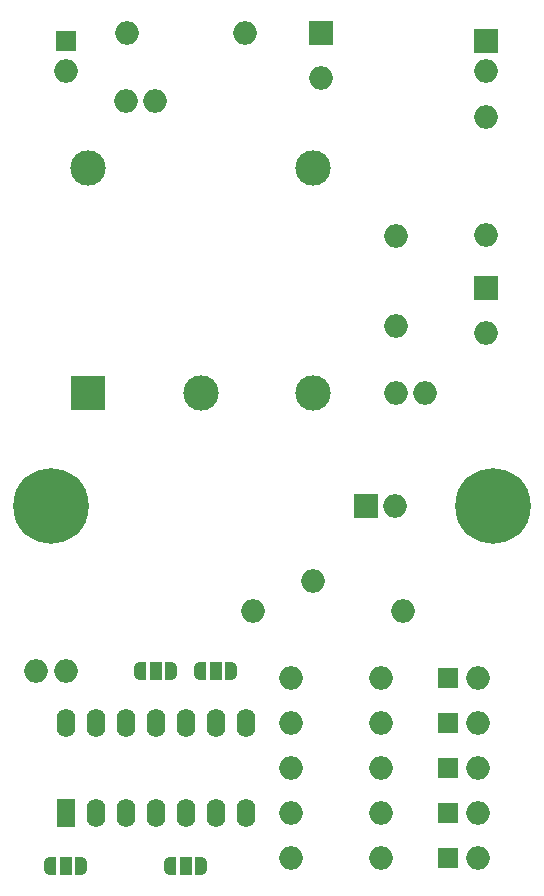
<source format=gbr>
%TF.GenerationSoftware,KiCad,Pcbnew,8.0.1*%
%TF.CreationDate,2024-04-07T15:16:42+02:00*%
%TF.ProjectId,fy6900-ocxo,66793639-3030-42d6-9f63-786f2e6b6963,rev?*%
%TF.SameCoordinates,Original*%
%TF.FileFunction,Soldermask,Top*%
%TF.FilePolarity,Negative*%
%FSLAX46Y46*%
G04 Gerber Fmt 4.6, Leading zero omitted, Abs format (unit mm)*
G04 Created by KiCad (PCBNEW 8.0.1) date 2024-04-07 15:16:42*
%MOMM*%
%LPD*%
G01*
G04 APERTURE LIST*
G04 Aperture macros list*
%AMFreePoly0*
4,1,19,0.550000,-0.750000,0.000000,-0.750000,0.000000,-0.744911,-0.071157,-0.744911,-0.207708,-0.704816,-0.327430,-0.627875,-0.420627,-0.520320,-0.479746,-0.390866,-0.500000,-0.250000,-0.500000,0.250000,-0.479746,0.390866,-0.420627,0.520320,-0.327430,0.627875,-0.207708,0.704816,-0.071157,0.744911,0.000000,0.744911,0.000000,0.750000,0.550000,0.750000,0.550000,-0.750000,0.550000,-0.750000,
$1*%
%AMFreePoly1*
4,1,19,0.000000,0.744911,0.071157,0.744911,0.207708,0.704816,0.327430,0.627875,0.420627,0.520320,0.479746,0.390866,0.500000,0.250000,0.500000,-0.250000,0.479746,-0.390866,0.420627,-0.520320,0.327430,-0.627875,0.207708,-0.704816,0.071157,-0.744911,0.000000,-0.744911,0.000000,-0.750000,-0.550000,-0.750000,-0.550000,0.750000,0.000000,0.750000,0.000000,0.744911,0.000000,0.744911,
$1*%
G04 Aperture macros list end*
%ADD10O,2.000000X2.000000*%
%ADD11R,1.700000X1.700000*%
%ADD12FreePoly0,180.000000*%
%ADD13R,1.000000X1.500000*%
%ADD14FreePoly1,180.000000*%
%ADD15FreePoly0,0.000000*%
%ADD16FreePoly1,0.000000*%
%ADD17R,3.000000X3.000000*%
%ADD18C,3.000000*%
%ADD19R,2.000000X2.000000*%
%ADD20C,6.400000*%
%ADD21R,1.600000X2.400000*%
%ADD22O,1.600000X2.400000*%
G04 APERTURE END LIST*
D10*
%TO.C,C5*%
X118745000Y-80010000D03*
X121245000Y-80010000D03*
%TD*%
%TO.C,L1*%
X118825000Y-74295000D03*
X128825000Y-74295000D03*
%TD*%
%TO.C,R5*%
X132720000Y-128905000D03*
X140340000Y-128905000D03*
%TD*%
%TO.C,R6*%
X132720000Y-144145000D03*
X140340000Y-144145000D03*
%TD*%
%TO.C,RV1*%
X142240000Y-123190000D03*
X134620000Y-120650000D03*
X129540000Y-123190000D03*
%TD*%
D11*
%TO.C,J5*%
X146050000Y-128905000D03*
D10*
X148590000Y-128905000D03*
%TD*%
D12*
%TO.C,JP3*%
X122590000Y-128270000D03*
D13*
X121290000Y-128270000D03*
D14*
X119990000Y-128270000D03*
%TD*%
D11*
%TO.C,J1*%
X113665000Y-74930000D03*
D10*
X113665000Y-77470000D03*
%TD*%
D12*
%TO.C,JP2*%
X127670000Y-128270000D03*
D13*
X126370000Y-128270000D03*
D14*
X125070000Y-128270000D03*
%TD*%
D15*
%TO.C,JP4*%
X112370000Y-144780000D03*
D13*
X113670000Y-144780000D03*
D16*
X114970000Y-144780000D03*
%TD*%
D10*
%TO.C,R3*%
X132720000Y-140335000D03*
X140340000Y-140335000D03*
%TD*%
%TO.C,C3*%
X141605000Y-104775000D03*
X144105000Y-104775000D03*
%TD*%
D11*
%TO.C,J2*%
X146050000Y-136525000D03*
D10*
X148590000Y-136525000D03*
%TD*%
D11*
%TO.C,J4*%
X146045000Y-132715000D03*
D10*
X148585000Y-132715000D03*
%TD*%
D17*
%TO.C,X1*%
X115570000Y-104775000D03*
D18*
X125095000Y-104775000D03*
X134620000Y-104775000D03*
X134620000Y-85725000D03*
X115570000Y-85725000D03*
%TD*%
D19*
%TO.C,C2*%
X139065000Y-114300000D03*
D10*
X141565000Y-114300000D03*
%TD*%
D19*
%TO.C,J7*%
X149225000Y-74930000D03*
D10*
X149225000Y-77470000D03*
%TD*%
%TO.C,C1*%
X113665000Y-128270000D03*
X111165000Y-128270000D03*
%TD*%
D20*
%TO.C,REF\u002A\u002A*%
X149860000Y-114300000D03*
%TD*%
D10*
%TO.C,R4*%
X132720000Y-132715000D03*
X140340000Y-132715000D03*
%TD*%
D19*
%TO.C,C4*%
X135255000Y-74295000D03*
D10*
X135255000Y-78095000D03*
%TD*%
D19*
%TO.C,C6*%
X149225000Y-95885000D03*
D10*
X149225000Y-99685000D03*
%TD*%
%TO.C,R2*%
X132720000Y-136525000D03*
X140340000Y-136525000D03*
%TD*%
D12*
%TO.C,JP1*%
X125130000Y-144780000D03*
D13*
X123830000Y-144780000D03*
D14*
X122530000Y-144780000D03*
%TD*%
D10*
%TO.C,R1*%
X141605000Y-91440000D03*
X141605000Y-99060000D03*
%TD*%
D11*
%TO.C,J3*%
X146050000Y-140335000D03*
D10*
X148590000Y-140335000D03*
%TD*%
D21*
%TO.C,U1*%
X113665000Y-140350000D03*
D22*
X116205000Y-140350000D03*
X118745000Y-140350000D03*
X121285000Y-140350000D03*
X123825000Y-140350000D03*
X126365000Y-140350000D03*
X128905000Y-140350000D03*
X128905000Y-132730000D03*
X126365000Y-132730000D03*
X123825000Y-132730000D03*
X121285000Y-132730000D03*
X118745000Y-132730000D03*
X116205000Y-132730000D03*
X113665000Y-132730000D03*
%TD*%
D10*
%TO.C,L2*%
X149225000Y-81360000D03*
X149225000Y-91360000D03*
%TD*%
D11*
%TO.C,J6*%
X146050000Y-144145000D03*
D10*
X148590000Y-144145000D03*
%TD*%
D20*
%TO.C,REF\u002A\u002A*%
X112395000Y-114300000D03*
%TD*%
M02*

</source>
